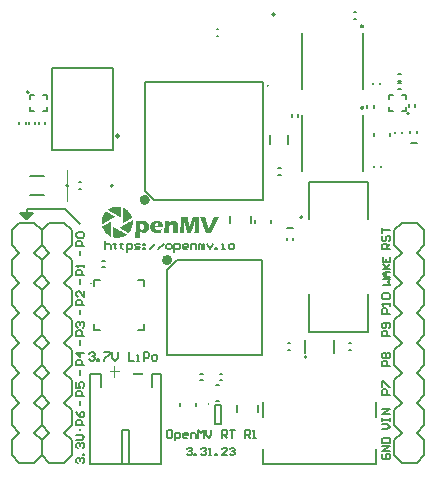
<source format=gto>
G04*
G04 #@! TF.GenerationSoftware,Altium Limited,Altium Designer,21.7.2 (23)*
G04*
G04 Layer_Color=65535*
%FSLAX25Y25*%
%MOIN*%
G70*
G04*
G04 #@! TF.SameCoordinates,6C021EAB-9281-4005-87E3-4CD7810296B7*
G04*
G04*
G04 #@! TF.FilePolarity,Positive*
G04*
G01*
G75*
%ADD10C,0.00500*%
%ADD11C,0.01000*%
%ADD12C,0.00787*%
%ADD13C,0.00591*%
%ADD14C,0.01968*%
%ADD15C,0.00787*%
%ADD16C,0.00394*%
%ADD17C,0.00800*%
%ADD18C,0.00600*%
%ADD19C,0.00544*%
%ADD20C,0.00510*%
G36*
X36955Y86641D02*
X37655D01*
Y86541D01*
X37756D01*
Y86440D01*
Y86340D01*
Y86241D01*
Y86141D01*
Y86041D01*
Y85940D01*
Y85840D01*
Y85741D01*
Y85641D01*
Y85540D01*
Y85440D01*
Y85340D01*
Y85241D01*
Y85141D01*
Y85040D01*
Y84940D01*
Y84841D01*
Y84741D01*
Y84641D01*
Y84540D01*
Y84440D01*
Y84341D01*
Y84241D01*
Y84140D01*
Y84040D01*
Y83941D01*
Y83841D01*
Y83741D01*
Y83640D01*
Y83540D01*
Y83441D01*
Y83341D01*
Y83240D01*
Y83140D01*
Y83040D01*
X37655D01*
Y83140D01*
X37556D01*
Y83240D01*
X37356D01*
Y83341D01*
X37156D01*
Y83441D01*
X36955D01*
Y83540D01*
X36856D01*
Y83640D01*
X36656D01*
Y83741D01*
X36456D01*
Y83841D01*
X36356D01*
Y83941D01*
X36156D01*
Y84040D01*
X35956D01*
Y84140D01*
X35756D01*
Y84241D01*
X35656D01*
Y84341D01*
X35456D01*
Y84440D01*
X35256D01*
Y84540D01*
X35056D01*
Y84641D01*
X34955D01*
Y84741D01*
X34756D01*
Y84841D01*
X34556D01*
Y84940D01*
X34455D01*
Y85040D01*
X34255D01*
Y85141D01*
X34056D01*
Y85241D01*
X33856D01*
Y85340D01*
X33755D01*
Y85440D01*
X33555D01*
Y85540D01*
X33356D01*
Y85641D01*
X33456D01*
Y85741D01*
X33555D01*
Y85840D01*
X33755D01*
Y85940D01*
X33856D01*
Y86041D01*
X34056D01*
Y86141D01*
X34255D01*
Y86241D01*
X34455D01*
Y86340D01*
X34756D01*
Y86440D01*
X35056D01*
Y86541D01*
X35456D01*
Y86641D01*
X36156D01*
Y86740D01*
X36955D01*
Y86641D01*
D02*
G37*
G36*
X8772Y84584D02*
X6549Y82361D01*
X6049Y82361D01*
X3827Y84584D01*
X4019Y85046D01*
X8580D01*
X8772Y84584D01*
D02*
G37*
G36*
X55955Y81840D02*
X56156D01*
Y81740D01*
X56356D01*
Y81640D01*
X56455D01*
Y81541D01*
X56555D01*
Y81441D01*
Y81340D01*
X56656D01*
Y81240D01*
Y81141D01*
Y81041D01*
X56756D01*
Y80941D01*
Y80840D01*
Y80740D01*
Y80641D01*
Y80541D01*
Y80440D01*
Y80340D01*
Y80240D01*
X56656D01*
Y80141D01*
Y80041D01*
Y79940D01*
Y79840D01*
Y79741D01*
Y79641D01*
Y79540D01*
Y79440D01*
Y79340D01*
Y79241D01*
Y79141D01*
Y79040D01*
Y78940D01*
Y78841D01*
Y78741D01*
Y78641D01*
Y78540D01*
Y78440D01*
Y78341D01*
Y78241D01*
Y78140D01*
Y78040D01*
X55155D01*
Y78140D01*
Y78241D01*
Y78341D01*
Y78440D01*
Y78540D01*
Y78641D01*
Y78741D01*
Y78841D01*
Y78940D01*
Y79040D01*
Y79141D01*
Y79241D01*
Y79340D01*
Y79440D01*
Y79540D01*
Y79641D01*
Y79741D01*
Y79840D01*
X55256D01*
Y79940D01*
Y80041D01*
Y80141D01*
X55155D01*
Y80240D01*
Y80340D01*
Y80440D01*
Y80541D01*
X55055D01*
Y80641D01*
X54956D01*
Y80740D01*
X54255D01*
Y80641D01*
X54155D01*
Y80541D01*
X54056D01*
Y80440D01*
X53956D01*
Y80340D01*
Y80240D01*
X53856D01*
Y80141D01*
Y80041D01*
Y79940D01*
Y79840D01*
X53755D01*
Y79741D01*
Y79641D01*
Y79540D01*
Y79440D01*
Y79340D01*
Y79241D01*
Y79141D01*
Y79040D01*
Y78940D01*
Y78841D01*
Y78741D01*
Y78641D01*
Y78540D01*
Y78440D01*
Y78341D01*
X53655D01*
Y78241D01*
Y78140D01*
Y78040D01*
X52156D01*
Y78140D01*
Y78241D01*
Y78341D01*
Y78440D01*
X52255D01*
Y78540D01*
Y78641D01*
Y78741D01*
Y78841D01*
Y78940D01*
Y79040D01*
Y79141D01*
Y79241D01*
Y79340D01*
Y79440D01*
Y79540D01*
X52355D01*
Y79641D01*
Y79741D01*
Y79840D01*
Y79940D01*
Y80041D01*
Y80141D01*
Y80240D01*
Y80340D01*
Y80440D01*
Y80541D01*
Y80641D01*
Y80740D01*
Y80840D01*
Y80941D01*
Y81041D01*
Y81141D01*
Y81240D01*
Y81340D01*
Y81441D01*
Y81541D01*
Y81640D01*
Y81740D01*
Y81840D01*
X53856D01*
Y81740D01*
Y81640D01*
Y81541D01*
Y81441D01*
X53956D01*
Y81541D01*
X54056D01*
Y81640D01*
X54155D01*
Y81740D01*
X54356D01*
Y81840D01*
X54655D01*
Y81941D01*
X55955D01*
Y81840D01*
D02*
G37*
G36*
X38555Y86241D02*
X38756D01*
Y86141D01*
X38956D01*
Y86041D01*
X39156D01*
Y85940D01*
X39355D01*
Y85840D01*
X39456D01*
Y85741D01*
X39656D01*
Y85641D01*
X39755D01*
Y85540D01*
X39856D01*
Y85440D01*
X39955D01*
Y85340D01*
X40056D01*
Y85241D01*
X40156D01*
Y85141D01*
X40255D01*
Y85040D01*
X40356D01*
Y84940D01*
X40455D01*
Y84841D01*
X40556D01*
Y84741D01*
X40655D01*
Y84641D01*
X40756D01*
Y84540D01*
Y84440D01*
X40856D01*
Y84341D01*
X40955D01*
Y84241D01*
Y84140D01*
X41056D01*
Y84040D01*
Y83941D01*
X41155D01*
Y83841D01*
Y83741D01*
X41256D01*
Y83640D01*
Y83540D01*
X41355D01*
Y83441D01*
Y83341D01*
Y83240D01*
X41456D01*
Y83140D01*
Y83040D01*
Y82941D01*
Y82841D01*
X41256D01*
Y82740D01*
X41056D01*
Y82640D01*
X40955D01*
Y82541D01*
X40756D01*
Y82441D01*
X40556D01*
Y82341D01*
X40455D01*
Y82240D01*
X40255D01*
Y82140D01*
X40056D01*
Y82041D01*
X39856D01*
Y81941D01*
X39755D01*
Y81840D01*
X39555D01*
Y81740D01*
X39355D01*
Y81640D01*
X39156D01*
Y81541D01*
X39055D01*
Y81441D01*
X38855D01*
Y81340D01*
X38655D01*
Y81240D01*
X38555D01*
Y81141D01*
X38456D01*
Y81240D01*
Y81340D01*
Y81441D01*
Y81541D01*
Y81640D01*
Y81740D01*
Y81840D01*
Y81941D01*
Y82041D01*
Y82140D01*
Y82240D01*
Y82341D01*
Y82441D01*
Y82541D01*
Y82640D01*
Y82740D01*
Y82841D01*
Y82941D01*
Y83040D01*
Y83140D01*
Y83240D01*
Y83341D01*
Y83441D01*
Y83540D01*
Y83640D01*
Y83741D01*
Y83841D01*
Y83941D01*
Y84040D01*
Y84140D01*
Y84241D01*
Y84341D01*
Y84440D01*
Y84540D01*
Y84641D01*
Y84741D01*
Y84841D01*
Y84940D01*
Y85040D01*
Y85141D01*
Y85241D01*
Y85340D01*
Y85440D01*
Y85540D01*
Y85641D01*
Y85741D01*
Y85840D01*
Y85940D01*
Y86041D01*
Y86141D01*
Y86241D01*
Y86340D01*
X38555D01*
Y86241D01*
D02*
G37*
G36*
X32855Y85040D02*
X33055D01*
Y84940D01*
X33156D01*
Y84841D01*
X33356D01*
Y84741D01*
X33555D01*
Y84641D01*
X33755D01*
Y84540D01*
X33856D01*
Y84440D01*
X34056D01*
Y84341D01*
X34255D01*
Y84241D01*
X34356D01*
Y84140D01*
X34556D01*
Y84040D01*
X34756D01*
Y83941D01*
X34955D01*
Y83841D01*
X35056D01*
Y83741D01*
X35256D01*
Y83640D01*
X35456D01*
Y83540D01*
X35555D01*
Y83441D01*
X35756D01*
Y83341D01*
Y83240D01*
X35555D01*
Y83140D01*
X35355D01*
Y83040D01*
X35155D01*
Y82941D01*
X35056D01*
Y82841D01*
X34855D01*
Y82740D01*
X34655D01*
Y82640D01*
X34455D01*
Y82541D01*
X34356D01*
Y82441D01*
X34155D01*
Y82341D01*
X33955D01*
Y82240D01*
X33856D01*
Y82140D01*
X33656D01*
Y82041D01*
X33456D01*
Y81941D01*
X33255D01*
Y81840D01*
X33156D01*
Y81740D01*
X32956D01*
Y81640D01*
X32756D01*
Y81541D01*
X32555D01*
Y81441D01*
X32456D01*
Y81340D01*
X32256D01*
Y81240D01*
X32056D01*
Y81141D01*
X31956D01*
Y81041D01*
X31756D01*
Y80941D01*
X31556D01*
Y80840D01*
X31356D01*
Y80941D01*
Y81041D01*
Y81141D01*
Y81240D01*
Y81340D01*
Y81441D01*
Y81541D01*
Y81640D01*
Y81740D01*
Y81840D01*
Y81941D01*
Y82041D01*
Y82140D01*
Y82240D01*
Y82341D01*
Y82441D01*
X31455D01*
Y82541D01*
Y82640D01*
Y82740D01*
Y82841D01*
X31556D01*
Y82941D01*
Y83040D01*
Y83140D01*
X31655D01*
Y83240D01*
Y83341D01*
Y83441D01*
X31756D01*
Y83540D01*
Y83640D01*
X31855D01*
Y83741D01*
Y83841D01*
X31956D01*
Y83941D01*
Y84040D01*
X32056D01*
Y84140D01*
Y84241D01*
X32155D01*
Y84341D01*
Y84440D01*
X32256D01*
Y84540D01*
X32355D01*
Y84641D01*
X32456D01*
Y84741D01*
Y84841D01*
X32555D01*
Y84940D01*
X32656D01*
Y85040D01*
X32756D01*
Y85141D01*
X32855D01*
Y85040D01*
D02*
G37*
G36*
X63855Y83040D02*
X63756D01*
Y82941D01*
Y82841D01*
Y82740D01*
Y82640D01*
Y82541D01*
Y82441D01*
Y82341D01*
Y82240D01*
Y82140D01*
Y82041D01*
Y81941D01*
Y81840D01*
Y81740D01*
Y81640D01*
Y81541D01*
Y81441D01*
Y81340D01*
Y81240D01*
Y81141D01*
Y81041D01*
Y80941D01*
Y80840D01*
Y80740D01*
Y80641D01*
Y80541D01*
Y80440D01*
Y80340D01*
X63656D01*
Y80240D01*
Y80141D01*
Y80041D01*
Y79940D01*
Y79840D01*
Y79741D01*
Y79641D01*
Y79540D01*
Y79440D01*
Y79340D01*
Y79241D01*
Y79141D01*
Y79040D01*
Y78940D01*
Y78841D01*
Y78741D01*
Y78641D01*
Y78540D01*
Y78440D01*
Y78341D01*
Y78241D01*
Y78140D01*
Y78040D01*
X62256D01*
Y78140D01*
Y78241D01*
X62356D01*
Y78341D01*
Y78440D01*
Y78540D01*
Y78641D01*
Y78741D01*
Y78841D01*
Y78940D01*
Y79040D01*
Y79141D01*
Y79241D01*
Y79340D01*
Y79440D01*
Y79540D01*
Y79641D01*
Y79741D01*
Y79840D01*
Y79940D01*
Y80041D01*
Y80141D01*
Y80240D01*
Y80340D01*
Y80440D01*
Y80541D01*
Y80641D01*
Y80740D01*
Y80840D01*
Y80941D01*
Y81041D01*
Y81141D01*
X62455D01*
Y81240D01*
Y81340D01*
Y81441D01*
X62256D01*
Y81340D01*
Y81240D01*
Y81141D01*
X62155D01*
Y81041D01*
Y80941D01*
Y80840D01*
X62055D01*
Y80740D01*
Y80641D01*
Y80541D01*
X61955D01*
Y80440D01*
Y80340D01*
Y80240D01*
X61856D01*
Y80141D01*
Y80041D01*
Y79940D01*
X61756D01*
Y79840D01*
Y79741D01*
Y79641D01*
X61655D01*
Y79540D01*
Y79440D01*
Y79340D01*
X61555D01*
Y79241D01*
Y79141D01*
Y79040D01*
X61456D01*
Y78940D01*
Y78841D01*
Y78741D01*
X61356D01*
Y78641D01*
Y78540D01*
Y78440D01*
X61256D01*
Y78341D01*
Y78241D01*
Y78140D01*
X61155D01*
Y78040D01*
X59755D01*
Y78140D01*
Y78241D01*
Y78341D01*
Y78440D01*
Y78540D01*
X59655D01*
Y78641D01*
Y78741D01*
Y78841D01*
Y78940D01*
X59556D01*
Y79040D01*
Y79141D01*
Y79241D01*
Y79340D01*
X59456D01*
Y79440D01*
Y79540D01*
Y79641D01*
Y79741D01*
Y79840D01*
X59355D01*
Y79940D01*
Y80041D01*
Y80141D01*
Y80240D01*
X59255D01*
Y80340D01*
Y80440D01*
Y80541D01*
Y80641D01*
X59155D01*
Y80740D01*
Y80840D01*
Y80941D01*
Y81041D01*
X59056D01*
Y81141D01*
Y81240D01*
Y81340D01*
Y81441D01*
Y81541D01*
X58956D01*
Y81441D01*
Y81340D01*
Y81240D01*
Y81141D01*
X58855D01*
Y81041D01*
Y80941D01*
Y80840D01*
Y80740D01*
Y80641D01*
Y80541D01*
Y80440D01*
Y80340D01*
Y80240D01*
Y80141D01*
Y80041D01*
Y79940D01*
Y79840D01*
Y79741D01*
X58755D01*
Y79641D01*
Y79540D01*
Y79440D01*
Y79340D01*
Y79241D01*
Y79141D01*
Y79040D01*
Y78940D01*
Y78841D01*
Y78741D01*
Y78641D01*
Y78540D01*
Y78440D01*
Y78341D01*
Y78241D01*
Y78140D01*
Y78040D01*
X57455D01*
Y78140D01*
Y78241D01*
Y78341D01*
Y78440D01*
Y78540D01*
Y78641D01*
Y78741D01*
Y78841D01*
Y78940D01*
X57556D01*
Y79040D01*
Y79141D01*
Y79241D01*
Y79340D01*
Y79440D01*
Y79540D01*
Y79641D01*
Y79741D01*
Y79840D01*
Y79940D01*
Y80041D01*
X57656D01*
Y80141D01*
Y80240D01*
Y80340D01*
Y80440D01*
Y80541D01*
Y80641D01*
Y80740D01*
Y80840D01*
Y80941D01*
Y81041D01*
Y81141D01*
X57756D01*
Y81240D01*
Y81340D01*
Y81441D01*
Y81541D01*
Y81640D01*
Y81740D01*
Y81840D01*
Y81941D01*
Y82041D01*
Y82140D01*
Y82240D01*
Y82341D01*
Y82441D01*
Y82541D01*
Y82640D01*
X57855D01*
Y82740D01*
Y82841D01*
Y82941D01*
Y83040D01*
Y83140D01*
X59956D01*
Y83040D01*
Y82941D01*
Y82841D01*
Y82740D01*
X60056D01*
Y82640D01*
Y82541D01*
Y82441D01*
Y82341D01*
X60155D01*
Y82240D01*
Y82140D01*
Y82041D01*
Y81941D01*
X60255D01*
Y81840D01*
Y81740D01*
Y81640D01*
Y81541D01*
X60356D01*
Y81441D01*
Y81340D01*
Y81240D01*
Y81141D01*
X60456D01*
Y81041D01*
Y80941D01*
Y80840D01*
Y80740D01*
Y80641D01*
X60555D01*
Y80541D01*
Y80440D01*
Y80340D01*
Y80240D01*
Y80141D01*
X60755D01*
Y80240D01*
Y80340D01*
Y80440D01*
Y80541D01*
X60856D01*
Y80641D01*
Y80740D01*
Y80840D01*
X60956D01*
Y80941D01*
Y81041D01*
Y81141D01*
X61055D01*
Y81240D01*
Y81340D01*
Y81441D01*
X61155D01*
Y81541D01*
Y81640D01*
Y81740D01*
X61256D01*
Y81840D01*
Y81941D01*
Y82041D01*
X61356D01*
Y82140D01*
Y82240D01*
X61456D01*
Y82341D01*
Y82441D01*
Y82541D01*
X61555D01*
Y82640D01*
Y82740D01*
Y82841D01*
X61655D01*
Y82941D01*
Y83040D01*
Y83140D01*
X63855D01*
Y83040D01*
D02*
G37*
G36*
X70355D02*
X70256D01*
Y82941D01*
Y82841D01*
X70156D01*
Y82740D01*
Y82640D01*
X70056D01*
Y82541D01*
Y82441D01*
X69955D01*
Y82341D01*
Y82240D01*
X69855D01*
Y82140D01*
Y82041D01*
X69756D01*
Y81941D01*
Y81840D01*
X69656D01*
Y81740D01*
Y81640D01*
X69555D01*
Y81541D01*
Y81441D01*
X69455D01*
Y81340D01*
Y81240D01*
X69355D01*
Y81141D01*
Y81041D01*
X69256D01*
Y80941D01*
Y80840D01*
X69156D01*
Y80740D01*
Y80641D01*
X69055D01*
Y80541D01*
Y80440D01*
X68955D01*
Y80340D01*
Y80240D01*
X68856D01*
Y80141D01*
Y80041D01*
X68756D01*
Y79940D01*
Y79840D01*
X68656D01*
Y79741D01*
Y79641D01*
X68555D01*
Y79540D01*
Y79440D01*
X68455D01*
Y79340D01*
Y79241D01*
X68356D01*
Y79141D01*
Y79040D01*
X68256D01*
Y78940D01*
Y78841D01*
X68155D01*
Y78741D01*
Y78641D01*
X68055D01*
Y78540D01*
Y78440D01*
X67955D01*
Y78341D01*
Y78241D01*
X67856D01*
Y78140D01*
Y78040D01*
X65956D01*
Y78140D01*
Y78241D01*
X65855D01*
Y78341D01*
Y78440D01*
Y78540D01*
X65755D01*
Y78641D01*
Y78741D01*
Y78841D01*
X65655D01*
Y78940D01*
Y79040D01*
Y79141D01*
X65556D01*
Y79241D01*
Y79340D01*
Y79440D01*
X65456D01*
Y79540D01*
Y79641D01*
Y79741D01*
X65355D01*
Y79840D01*
Y79940D01*
Y80041D01*
X65255D01*
Y80141D01*
Y80240D01*
X65156D01*
Y80340D01*
Y80440D01*
Y80541D01*
X65056D01*
Y80641D01*
Y80740D01*
Y80840D01*
X64956D01*
Y80941D01*
Y81041D01*
Y81141D01*
X64855D01*
Y81240D01*
Y81340D01*
Y81441D01*
X64755D01*
Y81541D01*
Y81640D01*
Y81740D01*
X64656D01*
Y81840D01*
Y81941D01*
Y82041D01*
X64556D01*
Y82140D01*
Y82240D01*
X64455D01*
Y82341D01*
Y82441D01*
Y82541D01*
X64355D01*
Y82640D01*
Y82740D01*
Y82841D01*
X64255D01*
Y82941D01*
Y83040D01*
Y83140D01*
X65855D01*
Y83040D01*
Y82941D01*
X65956D01*
Y82841D01*
Y82740D01*
Y82640D01*
X66056D01*
Y82541D01*
Y82441D01*
Y82341D01*
Y82240D01*
X66155D01*
Y82140D01*
Y82041D01*
Y81941D01*
X66255D01*
Y81840D01*
Y81740D01*
Y81640D01*
X66356D01*
Y81541D01*
Y81441D01*
Y81340D01*
X66456D01*
Y81240D01*
Y81141D01*
Y81041D01*
X66556D01*
Y80941D01*
Y80840D01*
Y80740D01*
Y80641D01*
X66655D01*
Y80541D01*
Y80440D01*
Y80340D01*
X66755D01*
Y80240D01*
Y80141D01*
Y80041D01*
X66856D01*
Y79940D01*
Y79840D01*
Y79741D01*
Y79641D01*
X66956D01*
Y79540D01*
Y79440D01*
Y79340D01*
X67055D01*
Y79440D01*
Y79540D01*
X67155D01*
Y79641D01*
Y79741D01*
Y79840D01*
X67256D01*
Y79940D01*
Y80041D01*
X67356D01*
Y80141D01*
Y80240D01*
X67456D01*
Y80340D01*
Y80440D01*
X67555D01*
Y80541D01*
Y80641D01*
Y80740D01*
X67655D01*
Y80840D01*
Y80941D01*
X67756D01*
Y81041D01*
Y81141D01*
X67856D01*
Y81240D01*
Y81340D01*
X67955D01*
Y81441D01*
Y81541D01*
X68055D01*
Y81640D01*
Y81740D01*
Y81840D01*
X68155D01*
Y81941D01*
Y82041D01*
X68256D01*
Y82140D01*
Y82240D01*
X68356D01*
Y82341D01*
Y82441D01*
X68455D01*
Y82541D01*
Y82640D01*
X68555D01*
Y82740D01*
Y82841D01*
Y82941D01*
X68656D01*
Y83040D01*
Y83140D01*
X70355D01*
Y83040D01*
D02*
G37*
G36*
X50555Y81840D02*
X50756D01*
Y81740D01*
X50955D01*
Y81640D01*
X51156D01*
Y81541D01*
X51256D01*
Y81441D01*
X51355D01*
Y81340D01*
X51455D01*
Y81240D01*
Y81141D01*
X51556D01*
Y81041D01*
Y80941D01*
Y80840D01*
X51656D01*
Y80740D01*
Y80641D01*
Y80541D01*
Y80440D01*
Y80340D01*
Y80240D01*
Y80141D01*
Y80041D01*
Y79940D01*
Y79840D01*
X48956D01*
Y79741D01*
Y79641D01*
Y79540D01*
X49055D01*
Y79440D01*
Y79340D01*
Y79241D01*
X49156D01*
Y79141D01*
X49356D01*
Y79040D01*
X49556D01*
Y78940D01*
X50656D01*
Y79040D01*
X51056D01*
Y79141D01*
X51355D01*
Y79040D01*
Y78940D01*
X51256D01*
Y78841D01*
Y78741D01*
Y78641D01*
Y78540D01*
Y78440D01*
Y78341D01*
X51156D01*
Y78241D01*
Y78140D01*
Y78040D01*
X50656D01*
Y77940D01*
X49055D01*
Y78040D01*
X48656D01*
Y78140D01*
X48456D01*
Y78241D01*
X48256D01*
Y78341D01*
X48156D01*
Y78440D01*
X48055D01*
Y78540D01*
X47956D01*
Y78641D01*
X47855D01*
Y78741D01*
X47756D01*
Y78841D01*
Y78940D01*
X47655D01*
Y79040D01*
Y79141D01*
Y79241D01*
X47556D01*
Y79340D01*
Y79440D01*
Y79540D01*
Y79641D01*
Y79741D01*
Y79840D01*
Y79940D01*
Y80041D01*
Y80141D01*
Y80240D01*
Y80340D01*
Y80440D01*
X47655D01*
Y80541D01*
Y80641D01*
Y80740D01*
X47756D01*
Y80840D01*
Y80941D01*
X47855D01*
Y81041D01*
Y81141D01*
X47956D01*
Y81240D01*
X48055D01*
Y81340D01*
Y81441D01*
X48156D01*
Y81541D01*
X48355D01*
Y81640D01*
X48456D01*
Y81740D01*
X48656D01*
Y81840D01*
X48956D01*
Y81941D01*
X50555D01*
Y81840D01*
D02*
G37*
G36*
X45755D02*
X46055D01*
Y81740D01*
X46255D01*
Y81640D01*
X46356D01*
Y81541D01*
X46455D01*
Y81441D01*
X46556D01*
Y81340D01*
X46655D01*
Y81240D01*
X46755D01*
Y81141D01*
Y81041D01*
X46856D01*
Y80941D01*
Y80840D01*
X46955D01*
Y80740D01*
Y80641D01*
Y80541D01*
Y80440D01*
X47056D01*
Y80340D01*
Y80240D01*
Y80141D01*
Y80041D01*
Y79940D01*
Y79840D01*
Y79741D01*
Y79641D01*
Y79540D01*
Y79440D01*
X46955D01*
Y79340D01*
Y79241D01*
Y79141D01*
Y79040D01*
X46856D01*
Y78940D01*
Y78841D01*
X46755D01*
Y78741D01*
Y78641D01*
X46655D01*
Y78540D01*
X46556D01*
Y78440D01*
X46455D01*
Y78341D01*
X46356D01*
Y78241D01*
X46255D01*
Y78140D01*
X46055D01*
Y78040D01*
X45755D01*
Y77940D01*
X44956D01*
Y78040D01*
X44655D01*
Y78140D01*
X44355D01*
Y78241D01*
X44256D01*
Y78341D01*
X44056D01*
Y78241D01*
Y78140D01*
Y78040D01*
Y77940D01*
Y77841D01*
Y77741D01*
Y77640D01*
X43955D01*
Y77540D01*
Y77441D01*
Y77341D01*
Y77241D01*
Y77140D01*
Y77040D01*
Y76941D01*
Y76841D01*
Y76740D01*
Y76640D01*
Y76540D01*
Y76441D01*
Y76341D01*
Y76240D01*
X42456D01*
Y76341D01*
Y76441D01*
Y76540D01*
Y76640D01*
Y76740D01*
Y76841D01*
X42555D01*
Y76941D01*
Y77040D01*
Y77140D01*
Y77241D01*
Y77341D01*
Y77441D01*
Y77540D01*
Y77640D01*
Y77741D01*
Y77841D01*
Y77940D01*
Y78040D01*
Y78140D01*
Y78241D01*
Y78341D01*
X42656D01*
Y78440D01*
Y78540D01*
Y78641D01*
Y78741D01*
Y78841D01*
Y78940D01*
Y79040D01*
Y79141D01*
Y79241D01*
Y79340D01*
Y79440D01*
Y79540D01*
Y79641D01*
Y79741D01*
Y79840D01*
Y79940D01*
Y80041D01*
Y80141D01*
Y80240D01*
Y80340D01*
Y80440D01*
X42755D01*
Y80541D01*
Y80641D01*
Y80740D01*
Y80840D01*
Y80941D01*
Y81041D01*
Y81141D01*
Y81240D01*
Y81340D01*
Y81441D01*
Y81541D01*
Y81640D01*
Y81740D01*
Y81840D01*
X43455D01*
Y81941D01*
X45755D01*
Y81840D01*
D02*
G37*
G36*
X41655Y82041D02*
Y81941D01*
Y81840D01*
X41756D01*
Y81740D01*
Y81640D01*
Y81541D01*
Y81441D01*
Y81340D01*
Y81240D01*
X41655D01*
Y81141D01*
Y81041D01*
Y80941D01*
Y80840D01*
Y80740D01*
Y80641D01*
Y80541D01*
Y80440D01*
X41556D01*
Y80340D01*
Y80240D01*
Y80141D01*
Y80041D01*
X41456D01*
Y79940D01*
Y79840D01*
Y79741D01*
X41355D01*
Y79641D01*
Y79540D01*
Y79440D01*
X41256D01*
Y79340D01*
Y79241D01*
X41155D01*
Y79141D01*
Y79040D01*
X41056D01*
Y78940D01*
Y78841D01*
X40955D01*
Y78741D01*
X40856D01*
Y78641D01*
Y78540D01*
X40756D01*
Y78440D01*
X40655D01*
Y78341D01*
Y78241D01*
X40556D01*
Y78140D01*
X40455D01*
Y78040D01*
X40356D01*
Y77940D01*
X40056D01*
Y78040D01*
X39856D01*
Y78140D01*
X39755D01*
Y78241D01*
X39555D01*
Y78341D01*
X39355D01*
Y78440D01*
X39156D01*
Y78540D01*
X39055D01*
Y78641D01*
X38855D01*
Y78741D01*
X38655D01*
Y78841D01*
X38456D01*
Y78940D01*
X38355D01*
Y79040D01*
X38155D01*
Y79141D01*
X37955D01*
Y79241D01*
X37855D01*
Y79340D01*
X37655D01*
Y79440D01*
X37455D01*
Y79540D01*
X37255D01*
Y79641D01*
X37356D01*
Y79741D01*
X37455D01*
Y79840D01*
X37655D01*
Y79940D01*
X37855D01*
Y80041D01*
X37955D01*
Y80141D01*
X38155D01*
Y80240D01*
X38355D01*
Y80340D01*
X38555D01*
Y80440D01*
X38655D01*
Y80541D01*
X38855D01*
Y80641D01*
X39055D01*
Y80740D01*
X39156D01*
Y80840D01*
X39355D01*
Y80941D01*
X39555D01*
Y81041D01*
X39755D01*
Y81141D01*
X39856D01*
Y81240D01*
X40056D01*
Y81340D01*
X40255D01*
Y81441D01*
X40455D01*
Y81541D01*
X40556D01*
Y81640D01*
X40756D01*
Y81740D01*
X40955D01*
Y81840D01*
X41056D01*
Y81941D01*
X41256D01*
Y82041D01*
X41456D01*
Y82140D01*
X41655D01*
Y82041D01*
D02*
G37*
G36*
X34556Y81640D02*
Y81541D01*
Y81441D01*
Y81340D01*
Y81240D01*
Y81141D01*
Y81041D01*
Y80941D01*
Y80840D01*
Y80740D01*
Y80641D01*
Y80541D01*
Y80440D01*
Y80340D01*
Y80240D01*
Y80141D01*
Y80041D01*
Y79940D01*
Y79840D01*
Y79741D01*
Y79641D01*
Y79540D01*
Y79440D01*
Y79340D01*
Y79241D01*
Y79141D01*
Y79040D01*
Y78940D01*
Y78841D01*
Y78741D01*
Y78641D01*
Y78540D01*
Y78440D01*
Y78341D01*
Y78241D01*
Y78140D01*
Y78040D01*
Y77940D01*
Y77841D01*
Y77741D01*
Y77640D01*
Y77540D01*
Y77441D01*
Y77341D01*
Y77241D01*
Y77140D01*
Y77040D01*
Y76941D01*
Y76841D01*
Y76740D01*
Y76640D01*
X34455D01*
Y76740D01*
X34255D01*
Y76841D01*
X34056D01*
Y76941D01*
X33856D01*
Y77040D01*
X33755D01*
Y77140D01*
X33555D01*
Y77241D01*
X33456D01*
Y77341D01*
X33356D01*
Y77441D01*
X33156D01*
Y77540D01*
X33055D01*
Y77640D01*
X32956D01*
Y77741D01*
X32855D01*
Y77841D01*
X32756D01*
Y77940D01*
X32656D01*
Y78040D01*
X32555D01*
Y78140D01*
X32456D01*
Y78241D01*
Y78341D01*
X32355D01*
Y78440D01*
X32256D01*
Y78540D01*
X32155D01*
Y78641D01*
Y78741D01*
X32056D01*
Y78841D01*
Y78940D01*
X31956D01*
Y79040D01*
Y79141D01*
X31855D01*
Y79241D01*
Y79340D01*
X31756D01*
Y79440D01*
Y79540D01*
X31655D01*
Y79641D01*
Y79741D01*
X31556D01*
Y79840D01*
Y79940D01*
Y80041D01*
Y80141D01*
X31756D01*
Y80240D01*
X31956D01*
Y80340D01*
X32056D01*
Y80440D01*
X32256D01*
Y80541D01*
X32456D01*
Y80641D01*
X32656D01*
Y80740D01*
X32756D01*
Y80840D01*
X32956D01*
Y80941D01*
X33156D01*
Y81041D01*
X33356D01*
Y81141D01*
X33456D01*
Y81240D01*
X33656D01*
Y81340D01*
X33856D01*
Y81441D01*
X33955D01*
Y81541D01*
X34155D01*
Y81640D01*
X34356D01*
Y81740D01*
X34556D01*
Y81640D01*
D02*
G37*
G36*
X35355Y79840D02*
X35555D01*
Y79741D01*
X35756D01*
Y79641D01*
X35956D01*
Y79540D01*
X36055D01*
Y79440D01*
X36255D01*
Y79340D01*
X36456D01*
Y79241D01*
X36555D01*
Y79141D01*
X36755D01*
Y79040D01*
X36955D01*
Y78940D01*
X37156D01*
Y78841D01*
X37255D01*
Y78741D01*
X37455D01*
Y78641D01*
X37655D01*
Y78540D01*
X37756D01*
Y78440D01*
X37955D01*
Y78341D01*
X38155D01*
Y78241D01*
X38355D01*
Y78140D01*
X38456D01*
Y78040D01*
X38655D01*
Y77940D01*
X38855D01*
Y77841D01*
X39055D01*
Y77741D01*
X39156D01*
Y77640D01*
X39355D01*
Y77540D01*
X39555D01*
Y77441D01*
X39755D01*
Y77341D01*
X39656D01*
Y77241D01*
X39456D01*
Y77140D01*
X39355D01*
Y77040D01*
X39156D01*
Y76941D01*
X38956D01*
Y76841D01*
X38756D01*
Y76740D01*
X38555D01*
Y76640D01*
X38355D01*
Y76540D01*
X37955D01*
Y76441D01*
X37556D01*
Y76341D01*
X36755D01*
Y76240D01*
X36156D01*
Y76341D01*
X35355D01*
Y76441D01*
X35256D01*
Y76540D01*
Y76640D01*
Y76740D01*
Y76841D01*
Y76941D01*
Y77040D01*
Y77140D01*
Y77241D01*
Y77341D01*
Y77441D01*
Y77540D01*
Y77640D01*
Y77741D01*
Y77841D01*
Y77940D01*
Y78040D01*
Y78140D01*
Y78241D01*
Y78341D01*
Y78440D01*
Y78540D01*
Y78641D01*
Y78741D01*
Y78841D01*
Y78940D01*
Y79040D01*
Y79141D01*
Y79241D01*
Y79340D01*
Y79440D01*
Y79540D01*
Y79641D01*
Y79741D01*
Y79840D01*
Y79940D01*
X35355D01*
Y79840D01*
D02*
G37*
G36*
X44996Y30670D02*
X41796D01*
Y31119D01*
X44996D01*
Y30670D01*
D02*
G37*
G36*
X35729Y33586D02*
X35741Y33582D01*
X35777Y33570D01*
X35797Y33558D01*
X35813Y33542D01*
Y33538D01*
X35821Y33534D01*
X35825Y33522D01*
X35833Y33502D01*
X35841Y33482D01*
X35849Y33454D01*
X35853Y33422D01*
X35857Y33382D01*
Y31814D01*
X37268D01*
X37285Y31810D01*
X37309D01*
X37365Y31798D01*
X37389Y31786D01*
X37409Y31773D01*
Y31769D01*
X37417Y31765D01*
X37433Y31741D01*
X37449Y31705D01*
X37453Y31681D01*
X37457Y31657D01*
Y31653D01*
Y31645D01*
X37453Y31633D01*
X37449Y31617D01*
X37437Y31581D01*
X37425Y31561D01*
X37409Y31545D01*
X37405Y31541D01*
X37401Y31537D01*
X37389Y31529D01*
X37369Y31521D01*
X37349Y31513D01*
X37321Y31509D01*
X37289Y31501D01*
X35857D01*
Y29945D01*
Y29941D01*
Y29925D01*
X35853Y29905D01*
Y29881D01*
X35837Y29829D01*
X35829Y29805D01*
X35813Y29785D01*
X35809Y29781D01*
X35805Y29777D01*
X35781Y29757D01*
X35749Y29741D01*
X35725Y29737D01*
X35701Y29732D01*
X35689D01*
X35677Y29737D01*
X35664Y29741D01*
X35628Y29752D01*
X35608Y29768D01*
X35592Y29785D01*
X35588Y29789D01*
X35584Y29793D01*
X35576Y29805D01*
X35568Y29821D01*
X35560Y29845D01*
X35552Y29873D01*
X35544Y29905D01*
Y29945D01*
Y31501D01*
X34137D01*
X34117Y31505D01*
X34093D01*
X34040Y31521D01*
X34016Y31529D01*
X33996Y31545D01*
X33992D01*
X33988Y31553D01*
X33968Y31577D01*
X33952Y31609D01*
X33948Y31633D01*
X33944Y31657D01*
Y31661D01*
Y31669D01*
X33948Y31681D01*
X33952Y31697D01*
X33964Y31738D01*
X33980Y31758D01*
X33996Y31773D01*
X34000D01*
X34004Y31782D01*
X34016Y31786D01*
X34032Y31794D01*
X34056Y31802D01*
X34085Y31806D01*
X34117Y31814D01*
X35544D01*
Y33382D01*
Y33386D01*
Y33402D01*
X35548Y33418D01*
Y33442D01*
X35564Y33498D01*
X35576Y33522D01*
X35592Y33542D01*
X35600Y33550D01*
X35624Y33566D01*
X35656Y33582D01*
X35681Y33586D01*
X35705Y33590D01*
X35717D01*
X35729Y33586D01*
D02*
G37*
%LPC*%
G36*
X49955Y81141D02*
X49556D01*
Y81041D01*
X49356D01*
Y80941D01*
X49255D01*
Y80840D01*
X49156D01*
Y80740D01*
X49055D01*
Y80641D01*
Y80541D01*
Y80440D01*
Y80340D01*
X50256D01*
Y80440D01*
Y80541D01*
Y80641D01*
Y80740D01*
Y80840D01*
X50156D01*
Y80941D01*
Y81041D01*
X49955D01*
Y81141D01*
D02*
G37*
G36*
X45055Y80941D02*
X44456D01*
Y80840D01*
X44155D01*
Y80740D01*
Y80641D01*
Y80541D01*
Y80440D01*
Y80340D01*
Y80240D01*
Y80141D01*
X44056D01*
Y80041D01*
Y79940D01*
Y79840D01*
X44155D01*
Y79741D01*
Y79641D01*
Y79540D01*
Y79440D01*
X44256D01*
Y79340D01*
Y79241D01*
X44355D01*
Y79141D01*
X44556D01*
Y79040D01*
X45156D01*
Y79141D01*
X45355D01*
Y79241D01*
Y79340D01*
X45456D01*
Y79440D01*
X45555D01*
Y79540D01*
Y79641D01*
Y79741D01*
Y79840D01*
Y79940D01*
Y80041D01*
Y80141D01*
Y80240D01*
Y80340D01*
Y80440D01*
Y80541D01*
X45456D01*
Y80641D01*
X45355D01*
Y80740D01*
X45256D01*
Y80840D01*
X45055D01*
Y80941D01*
D02*
G37*
%LPD*%
D10*
X86871Y127067D02*
G03*
X86871Y127067I-159J0D01*
G01*
X37206Y110236D02*
G03*
X37206Y110236I-592J0D01*
G01*
X66961Y20979D02*
G03*
X66961Y20979I-176J0D01*
G01*
X27652Y61088D02*
G03*
X27652Y61088I-235J0D01*
G01*
X89169Y150850D02*
G03*
X89169Y150850I-500J0D01*
G01*
X93504Y107559D02*
Y110551D01*
X87598Y107559D02*
Y110551D01*
X14665Y105610D02*
X34941D01*
Y132972D01*
X14665D02*
X34941D01*
X14665Y105610D02*
Y132972D01*
X97968Y98768D02*
Y117368D01*
X118568Y98768D02*
Y117368D01*
X45276Y60236D02*
Y62205D01*
X43307D02*
X45276D01*
X43307Y45669D02*
X45276D01*
Y47638D01*
X28740Y45669D02*
Y47638D01*
Y45669D02*
X30709D01*
X28740Y62205D02*
X30709D01*
X28740Y60236D02*
Y62205D01*
X12992Y118504D02*
Y119882D01*
X11614Y118504D02*
X12992D01*
X7480Y122638D02*
Y124016D01*
X8858D01*
X7480Y118504D02*
X8858D01*
X7480D02*
Y119882D01*
X12992Y122638D02*
Y124016D01*
X11614D02*
X12992D01*
X38189Y788D02*
Y12205D01*
X40551D01*
Y788D02*
Y12205D01*
X30709Y31103D02*
X31102D01*
Y26772D02*
Y31103D01*
X48031Y26772D02*
Y31103D01*
X27559D02*
X30709D01*
X48031D02*
X51181D01*
Y788D02*
Y31103D01*
X27559Y788D02*
Y31103D01*
Y788D02*
X51181D01*
X76279Y18307D02*
Y20669D01*
X83366Y18307D02*
Y20669D01*
X100393Y82618D02*
Y95079D01*
Y45079D02*
Y57540D01*
X120079Y82618D02*
Y95079D01*
Y45079D02*
Y57540D01*
X100393Y95079D02*
X120079D01*
X100393Y45079D02*
X120079D01*
X7481Y90551D02*
X12205D01*
X7481Y96851D02*
X12205D01*
X127165Y122638D02*
Y124016D01*
X128543D01*
X132677Y118504D02*
Y119882D01*
X131299Y118504D02*
X132677D01*
X131299Y124016D02*
X132677D01*
Y122638D02*
Y124016D01*
X127165Y118504D02*
Y119882D01*
Y118504D02*
X128543D01*
X97968Y125934D02*
Y144534D01*
X118568Y125934D02*
Y144534D01*
X134350Y107973D02*
X136319D01*
X93110Y79527D02*
X95079D01*
X81102Y81201D02*
Y83563D01*
X74016Y81201D02*
Y83563D01*
D11*
X118376Y119685D02*
G03*
X118376Y119685I-266J0D01*
G01*
Y146851D02*
G03*
X118376Y146851I-266J0D01*
G01*
D12*
X7087Y124803D02*
G03*
X7087Y124803I-394J0D01*
G01*
X98230Y83179D02*
G03*
X98230Y83179I-394J0D01*
G01*
X34646Y94095D02*
G03*
X34646Y93307I0J-394D01*
G01*
D02*
G03*
X34646Y94095I0J394D01*
G01*
X133858Y117717D02*
G03*
X133858Y117717I-394J0D01*
G01*
X69142Y14370D02*
Y20670D01*
Y14370D02*
X71016D01*
Y20670D01*
X69142D02*
X71016D01*
X108760Y37893D02*
Y42421D01*
X99114Y37893D02*
Y42421D01*
X53150Y65748D02*
X56300Y68898D01*
X53150Y37402D02*
Y65748D01*
Y37402D02*
X84646D01*
Y68898D01*
X56300D02*
X84646D01*
X45669Y92027D02*
X48720Y88976D01*
X85039D01*
Y128346D01*
X45669D02*
X85039D01*
X45669Y92027D02*
Y128346D01*
D13*
X99465Y36614D02*
G03*
X99465Y36614I-252J0D01*
G01*
X127461Y110138D02*
Y111319D01*
X122146Y110138D02*
Y111319D01*
X23622Y92618D02*
X24410D01*
X23622Y94784D02*
X24410D01*
X93307Y41240D02*
X94095D01*
X93307Y39074D02*
X94095D01*
X113779D02*
X114567D01*
X113779Y41240D02*
X114567D01*
X124213Y127461D02*
Y127854D01*
X121850Y127461D02*
Y127854D01*
X115354Y151476D02*
X116142D01*
X115354Y149311D02*
X116142D01*
X124508Y99803D02*
Y100197D01*
X122146Y99803D02*
Y100197D01*
X119783Y119685D02*
Y120472D01*
X121949Y119685D02*
Y120472D01*
X6004Y114173D02*
Y114961D01*
X3839Y114173D02*
Y114961D01*
X9252Y114173D02*
Y114961D01*
X7087Y114173D02*
Y114961D01*
X12500Y114173D02*
Y114961D01*
X10335Y114173D02*
Y114961D01*
X131398Y111221D02*
Y111614D01*
X129035Y111221D02*
Y111614D01*
X136417Y111122D02*
Y111910D01*
X134252Y111122D02*
Y111910D01*
X93012Y75590D02*
Y76377D01*
X95177Y75590D02*
Y76377D01*
X31594Y68701D02*
X32382D01*
X31594Y66535D02*
X32382D01*
X90157Y99508D02*
X90945D01*
X90157Y97342D02*
X90945D01*
X69685Y146063D02*
X70079D01*
X69685Y143701D02*
X70079D01*
X87697Y81201D02*
Y82382D01*
X82382Y81201D02*
Y82382D01*
X96850Y116732D02*
Y117520D01*
X94685Y116732D02*
Y117520D01*
X130217Y125787D02*
X131004D01*
X130217Y127953D02*
X131004D01*
X70768Y28839D02*
X71555D01*
X70768Y31004D02*
X71555D01*
X64173Y28839D02*
X64961D01*
X64173Y31004D02*
X64961D01*
X69390Y27362D02*
X70571D01*
X69390Y22047D02*
X70571D01*
X130217Y130905D02*
X131004D01*
X130217Y128740D02*
X131004D01*
X135827Y120079D02*
Y120866D01*
X133661Y120079D02*
Y120866D01*
X62894Y20177D02*
Y21358D01*
X57579Y20177D02*
Y21358D01*
D14*
X53891Y68898D02*
G03*
X53891Y68898I-742J0D01*
G01*
X46411Y88976D02*
G03*
X46411Y88976I-742J0D01*
G01*
D15*
X20308Y93701D02*
G03*
X20308Y93701I-394J0D01*
G01*
X85079Y787D02*
Y5827D01*
Y787D02*
X122795D01*
Y5827D01*
X85079Y16535D02*
Y21457D01*
X122795Y16535D02*
Y21457D01*
D16*
X19685Y88583D02*
Y98819D01*
D17*
X21299Y73799D02*
Y78799D01*
X18799Y71299D02*
X21299Y73799D01*
X11299D02*
X13799Y71299D01*
X18799Y81299D02*
X21299Y78799D01*
X13799Y81299D02*
X18799D01*
X11299Y78799D02*
X13799Y81299D01*
X11299Y73799D02*
Y78799D01*
X21299Y3799D02*
Y8799D01*
X18799Y1299D02*
X21299Y3799D01*
X11299D02*
X13799Y1299D01*
X18799D01*
Y11299D02*
X21299Y13799D01*
Y18799D01*
X18799Y21299D02*
X21299Y18799D01*
X11299D02*
X13799Y21299D01*
X11299Y13799D02*
Y18799D01*
Y13799D02*
X13799Y11299D01*
X18799D02*
X21299Y8799D01*
X11299D02*
X13799Y11299D01*
X11299Y3799D02*
Y8799D01*
X21299Y33799D02*
Y38799D01*
X18799Y31299D02*
X21299Y33799D01*
X11299D02*
X13799Y31299D01*
X18799Y21299D02*
X21299Y23799D01*
Y28799D01*
X18799Y31299D02*
X21299Y28799D01*
X11299D02*
X13799Y31299D01*
X11299Y23799D02*
Y28799D01*
Y23799D02*
X13799Y21299D01*
X18799Y41299D02*
X21299Y43799D01*
Y48799D01*
X18799Y51299D02*
X21299Y48799D01*
X11299D02*
X13799Y51299D01*
X11299Y43799D02*
Y48799D01*
Y43799D02*
X13799Y41299D01*
X18799D02*
X21299Y38799D01*
X11299D02*
X13799Y41299D01*
X11299Y33799D02*
Y38799D01*
X21299Y63799D02*
Y68799D01*
X18799Y61299D02*
X21299Y63799D01*
X11299D02*
X13799Y61299D01*
X18799Y51299D02*
X21299Y53799D01*
Y58799D01*
X18799Y61299D02*
X21299Y58799D01*
X11299D02*
X13799Y61299D01*
X11299Y53799D02*
Y58799D01*
Y53799D02*
X13799Y51299D01*
X18799Y71299D02*
X21299Y68799D01*
X11299D02*
X13799Y71299D01*
X11299Y63799D02*
Y68799D01*
Y73799D02*
Y78799D01*
X8799Y71299D02*
X11299Y73799D01*
X1299D02*
X3799Y71299D01*
X8799Y81299D02*
X11299Y78799D01*
X3799Y81299D02*
X8799D01*
X1299Y78799D02*
X3799Y81299D01*
X1299Y73799D02*
Y78799D01*
X11299Y3799D02*
Y8799D01*
X8799Y1299D02*
X11299Y3799D01*
X1299D02*
X3799Y1299D01*
X8799D01*
Y11299D02*
X11299Y13799D01*
Y18799D01*
X8799Y21299D02*
X11299Y18799D01*
X1299D02*
X3799Y21299D01*
X1299Y13799D02*
Y18799D01*
Y13799D02*
X3799Y11299D01*
X8799D02*
X11299Y8799D01*
X1299D02*
X3799Y11299D01*
X1299Y3799D02*
Y8799D01*
X11299Y33799D02*
Y38799D01*
X8799Y31299D02*
X11299Y33799D01*
X1299D02*
X3799Y31299D01*
X8799Y21299D02*
X11299Y23799D01*
Y28799D01*
X8799Y31299D02*
X11299Y28799D01*
X1299D02*
X3799Y31299D01*
X1299Y23799D02*
Y28799D01*
Y23799D02*
X3799Y21299D01*
X8799Y41299D02*
X11299Y43799D01*
Y48799D01*
X8799Y51299D02*
X11299Y48799D01*
X1299D02*
X3799Y51299D01*
X1299Y43799D02*
Y48799D01*
Y43799D02*
X3799Y41299D01*
X8799D02*
X11299Y38799D01*
X1299D02*
X3799Y41299D01*
X1299Y33799D02*
Y38799D01*
X11299Y63799D02*
Y68799D01*
X8799Y61299D02*
X11299Y63799D01*
X1299D02*
X3799Y61299D01*
X8799Y51299D02*
X11299Y53799D01*
Y58799D01*
X8799Y61299D02*
X11299Y58799D01*
X1299D02*
X3799Y61299D01*
X1299Y53799D02*
Y58799D01*
Y53799D02*
X3799Y51299D01*
X8799Y71299D02*
X11299Y68799D01*
X1299D02*
X3799Y71299D01*
X1299Y63799D02*
Y68799D01*
X138858Y73799D02*
Y78799D01*
X136358Y71299D02*
X138858Y73799D01*
X128858D02*
X131358Y71299D01*
X136358Y81299D02*
X138858Y78799D01*
X131358Y81299D02*
X136358D01*
X128858Y78799D02*
X131358Y81299D01*
X128858Y73799D02*
Y78799D01*
X138858Y3799D02*
Y8799D01*
X136358Y1299D02*
X138858Y3799D01*
X128858D02*
X131358Y1299D01*
X136358D01*
Y11299D02*
X138858Y13799D01*
Y18799D01*
X136358Y21299D02*
X138858Y18799D01*
X128858D02*
X131358Y21299D01*
X128858Y13799D02*
Y18799D01*
Y13799D02*
X131358Y11299D01*
X136358D02*
X138858Y8799D01*
X128858D02*
X131358Y11299D01*
X128858Y3799D02*
Y8799D01*
X138858Y33799D02*
Y38799D01*
X136358Y31299D02*
X138858Y33799D01*
X128858D02*
X131358Y31299D01*
X136358Y21299D02*
X138858Y23799D01*
Y28799D01*
X136358Y31299D02*
X138858Y28799D01*
X128858D02*
X131358Y31299D01*
X128858Y23799D02*
Y28799D01*
Y23799D02*
X131358Y21299D01*
X136358Y41299D02*
X138858Y43799D01*
Y48799D01*
X136358Y51299D02*
X138858Y48799D01*
X128858D02*
X131358Y51299D01*
X128858Y43799D02*
Y48799D01*
Y43799D02*
X131358Y41299D01*
X136358D02*
X138858Y38799D01*
X128858D02*
X131358Y41299D01*
X128858Y33799D02*
Y38799D01*
X138858Y63799D02*
Y68799D01*
X136358Y61299D02*
X138858Y63799D01*
X128858D02*
X131358Y61299D01*
X136358Y51299D02*
X138858Y53799D01*
Y58799D01*
X136358Y61299D02*
X138858Y58799D01*
X128858D02*
X131358Y61299D01*
X128858Y53799D02*
Y58799D01*
Y53799D02*
X131358Y51299D01*
X136358Y71299D02*
X138858Y68799D01*
X128858D02*
X131358Y71299D01*
X128858Y63799D02*
Y68799D01*
X24016Y12205D02*
Y12598D01*
Y20472D02*
Y22047D01*
Y30709D02*
Y32283D01*
Y40551D02*
Y42126D01*
Y50787D02*
Y52362D01*
Y61024D02*
Y62598D01*
Y70472D02*
Y72047D01*
X6299Y82677D02*
Y85974D01*
X19144D01*
X24016Y81102D01*
D18*
X59646Y6005D02*
X60079Y6438D01*
X60945D01*
X61378Y6005D01*
Y5571D01*
X60945Y5138D01*
X60512D01*
X60945D01*
X61378Y4705D01*
Y4272D01*
X60945Y3839D01*
X60079D01*
X59646Y4272D01*
X62245Y3839D02*
Y4272D01*
X62678D01*
Y3839D01*
X62245D01*
X64411Y6005D02*
X64844Y6438D01*
X65710D01*
X66144Y6005D01*
Y5571D01*
X65710Y5138D01*
X65277D01*
X65710D01*
X66144Y4705D01*
Y4272D01*
X65710Y3839D01*
X64844D01*
X64411Y4272D01*
X67010Y3839D02*
X67876D01*
X67443D01*
Y6438D01*
X67010Y6005D01*
X69176Y3839D02*
Y4272D01*
X69609D01*
Y3839D01*
X69176D01*
X73075D02*
X71342D01*
X73075Y5571D01*
Y6005D01*
X72641Y6438D01*
X71775D01*
X71342Y6005D01*
X73941D02*
X74374Y6438D01*
X75241D01*
X75674Y6005D01*
Y5571D01*
X75241Y5138D01*
X74807D01*
X75241D01*
X75674Y4705D01*
Y4272D01*
X75241Y3839D01*
X74374D01*
X73941Y4272D01*
X54449Y12245D02*
X53583D01*
X53150Y11812D01*
Y10079D01*
X53583Y9646D01*
X54449D01*
X54882Y10079D01*
Y11812D01*
X54449Y12245D01*
X55749Y8779D02*
Y11378D01*
X57048D01*
X57481Y10945D01*
Y10079D01*
X57048Y9646D01*
X55749D01*
X59648D02*
X58781D01*
X58348Y10079D01*
Y10945D01*
X58781Y11378D01*
X59648D01*
X60081Y10945D01*
Y10512D01*
X58348D01*
X60947Y9646D02*
Y11378D01*
X62247D01*
X62680Y10945D01*
Y9646D01*
X63546D02*
Y12245D01*
X64413Y11378D01*
X65279Y12245D01*
Y9646D01*
X66145Y12245D02*
Y10512D01*
X67012Y9646D01*
X67878Y10512D01*
Y12245D01*
X71344Y9646D02*
Y12245D01*
X72643D01*
X73076Y11812D01*
Y10945D01*
X72643Y10512D01*
X71344D01*
X72210D02*
X73076Y9646D01*
X73943Y12245D02*
X75676D01*
X74809D01*
Y9646D01*
X79141D02*
Y12245D01*
X80441D01*
X80874Y11812D01*
Y10945D01*
X80441Y10512D01*
X79141D01*
X80008D02*
X80874Y9646D01*
X81740D02*
X82607D01*
X82174D01*
Y12245D01*
X81740Y11812D01*
D19*
X27165Y37699D02*
X27618Y38152D01*
X28525D01*
X28978Y37699D01*
Y37246D01*
X28525Y36793D01*
X28071D01*
X28525D01*
X28978Y36339D01*
Y35886D01*
X28525Y35433D01*
X27618D01*
X27165Y35886D01*
X29884Y35433D02*
Y35886D01*
X30337D01*
Y35433D01*
X29884D01*
X32150Y38152D02*
X33963D01*
Y37699D01*
X32150Y35886D01*
Y35433D01*
X34869Y38152D02*
Y36339D01*
X35776Y35433D01*
X36682Y36339D01*
Y38152D01*
X40307D02*
Y35433D01*
X42120D01*
X43027D02*
X43933D01*
X43480D01*
Y37246D01*
X43027D01*
X45292Y35433D02*
Y38152D01*
X46652D01*
X47105Y37699D01*
Y36793D01*
X46652Y36339D01*
X45292D01*
X48465Y35433D02*
X49371D01*
X49824Y35886D01*
Y36793D01*
X49371Y37246D01*
X48465D01*
X48012Y36793D01*
Y35886D01*
X48465Y35433D01*
X32480Y75160D02*
Y72441D01*
Y73800D01*
X32934Y74254D01*
X33840D01*
X34293Y73800D01*
Y72441D01*
X35653Y74707D02*
Y74254D01*
X35199D01*
X36106D01*
X35653D01*
Y72894D01*
X36106Y72441D01*
X37918Y74707D02*
Y74254D01*
X37465D01*
X38372D01*
X37918D01*
Y72894D01*
X38372Y72441D01*
X39731Y71535D02*
Y74254D01*
X41091D01*
X41544Y73800D01*
Y72894D01*
X41091Y72441D01*
X39731D01*
X42450D02*
X43810D01*
X44263Y72894D01*
X43810Y73347D01*
X42904D01*
X42450Y73800D01*
X42904Y74254D01*
X44263D01*
X45169D02*
X45623D01*
Y73800D01*
X45169D01*
Y74254D01*
Y72894D02*
X45623D01*
Y72441D01*
X45169D01*
Y72894D01*
X47436Y72441D02*
X49248Y74254D01*
X50155Y72441D02*
X51967Y74254D01*
X53327Y72441D02*
X54233D01*
X54686Y72894D01*
Y73800D01*
X54233Y74254D01*
X53327D01*
X52874Y73800D01*
Y72894D01*
X53327Y72441D01*
X55593Y71535D02*
Y74254D01*
X56952D01*
X57406Y73800D01*
Y72894D01*
X56952Y72441D01*
X55593D01*
X59671D02*
X58765D01*
X58312Y72894D01*
Y73800D01*
X58765Y74254D01*
X59671D01*
X60125Y73800D01*
Y73347D01*
X58312D01*
X61031Y72441D02*
Y74254D01*
X62391D01*
X62844Y73800D01*
Y72441D01*
X63750D02*
Y74254D01*
X64203D01*
X64657Y73800D01*
Y72441D01*
Y73800D01*
X65110Y74254D01*
X65563Y73800D01*
Y72441D01*
X66469Y74254D02*
X67376Y72441D01*
X68282Y74254D01*
X69188Y72441D02*
Y72894D01*
X69642D01*
Y72441D01*
X69188D01*
X71454D02*
X72361D01*
X71908D01*
Y74254D01*
X71454D01*
X74173Y72441D02*
X75080D01*
X75533Y72894D01*
Y73800D01*
X75080Y74254D01*
X74173D01*
X73720Y73800D01*
Y72894D01*
X74173Y72441D01*
X127500Y43500D02*
X124781D01*
Y44860D01*
X125234Y45313D01*
X126140D01*
X126594Y44860D01*
Y43500D01*
X127047Y46219D02*
X127500Y46672D01*
Y47579D01*
X127047Y48032D01*
X125234D01*
X124781Y47579D01*
Y46672D01*
X125234Y46219D01*
X125687D01*
X126140Y46672D01*
Y48032D01*
X127500Y51000D02*
X124781D01*
Y52360D01*
X125234Y52813D01*
X126140D01*
X126594Y52360D01*
Y51000D01*
X127500Y53719D02*
Y54625D01*
Y54172D01*
X124781D01*
X125234Y53719D01*
Y55985D02*
X124781Y56438D01*
Y57345D01*
X125234Y57798D01*
X127047D01*
X127500Y57345D01*
Y56438D01*
X127047Y55985D01*
X125234D01*
X25591Y73622D02*
X22872D01*
Y74982D01*
X23325Y75435D01*
X24231D01*
X24685Y74982D01*
Y73622D01*
X23325Y76341D02*
X22872Y76794D01*
Y77701D01*
X23325Y78154D01*
X25138D01*
X25591Y77701D01*
Y76794D01*
X25138Y76341D01*
X23325D01*
X127500Y33500D02*
X124781D01*
Y34860D01*
X125234Y35313D01*
X126140D01*
X126594Y34860D01*
Y33500D01*
X125234Y36219D02*
X124781Y36672D01*
Y37579D01*
X125234Y38032D01*
X125687D01*
X126140Y37579D01*
X126594Y38032D01*
X127047D01*
X127500Y37579D01*
Y36672D01*
X127047Y36219D01*
X126594D01*
X126140Y36672D01*
X125687Y36219D01*
X125234D01*
X126140Y36672D02*
Y37579D01*
X124781Y12500D02*
X126594D01*
X127500Y13406D01*
X126594Y14313D01*
X124781D01*
Y15219D02*
Y16126D01*
Y15672D01*
X127500D01*
Y15219D01*
Y16126D01*
Y17485D02*
X124781D01*
X127500Y19298D01*
X124781D01*
X23325Y1181D02*
X22872Y1634D01*
Y2541D01*
X23325Y2994D01*
X23778D01*
X24231Y2541D01*
Y2087D01*
Y2541D01*
X24685Y2994D01*
X25138D01*
X25591Y2541D01*
Y1634D01*
X25138Y1181D01*
X25591Y3900D02*
X25138D01*
Y4353D01*
X25591D01*
Y3900D01*
X23325Y6166D02*
X22872Y6619D01*
Y7526D01*
X23325Y7979D01*
X23778D01*
X24231Y7526D01*
Y7072D01*
Y7526D01*
X24685Y7979D01*
X25138D01*
X25591Y7526D01*
Y6619D01*
X25138Y6166D01*
X22872Y8885D02*
X24685D01*
X25591Y9792D01*
X24685Y10698D01*
X22872D01*
X125234Y4313D02*
X124781Y3860D01*
Y2953D01*
X125234Y2500D01*
X127047D01*
X127500Y2953D01*
Y3860D01*
X127047Y4313D01*
X126140D01*
Y3406D01*
X127500Y5219D02*
X124781D01*
X127500Y7032D01*
X124781D01*
Y7938D02*
X127500D01*
Y9298D01*
X127047Y9751D01*
X125234D01*
X124781Y9298D01*
Y7938D01*
X127500Y24000D02*
X124781D01*
Y25360D01*
X125234Y25813D01*
X126140D01*
X126594Y25360D01*
Y24000D01*
X124781Y26719D02*
Y28532D01*
X125234D01*
X127047Y26719D01*
X127500D01*
Y72500D02*
X124781D01*
Y73860D01*
X125234Y74313D01*
X126140D01*
X126594Y73860D01*
Y72500D01*
Y73406D02*
X127500Y74313D01*
X125234Y77032D02*
X124781Y76579D01*
Y75672D01*
X125234Y75219D01*
X125687D01*
X126140Y75672D01*
Y76579D01*
X126594Y77032D01*
X127047D01*
X127500Y76579D01*
Y75672D01*
X127047Y75219D01*
X124781Y77938D02*
Y79751D01*
Y78845D01*
X127500D01*
X25591Y63780D02*
X22872D01*
Y65140D01*
X23325Y65593D01*
X24231D01*
X24685Y65140D01*
Y63780D01*
X25591Y66499D02*
Y67405D01*
Y66952D01*
X22872D01*
X23325Y66499D01*
X25591Y53937D02*
X22872D01*
Y55297D01*
X23325Y55750D01*
X24231D01*
X24685Y55297D01*
Y53937D01*
X25591Y58469D02*
Y56656D01*
X23778Y58469D01*
X23325D01*
X22872Y58016D01*
Y57109D01*
X23325Y56656D01*
X25591Y43701D02*
X22872D01*
Y45061D01*
X23325Y45514D01*
X24231D01*
X24685Y45061D01*
Y43701D01*
X23325Y46420D02*
X22872Y46873D01*
Y47780D01*
X23325Y48233D01*
X23778D01*
X24231Y47780D01*
Y47326D01*
Y47780D01*
X24685Y48233D01*
X25138D01*
X25591Y47780D01*
Y46873D01*
X25138Y46420D01*
X25591Y23622D02*
X22872D01*
Y24982D01*
X23325Y25435D01*
X24231D01*
X24685Y24982D01*
Y23622D01*
X22872Y28154D02*
Y26341D01*
X24231D01*
X23778Y27248D01*
Y27701D01*
X24231Y28154D01*
X25138D01*
X25591Y27701D01*
Y26794D01*
X25138Y26341D01*
X25591Y33858D02*
X22872D01*
Y35218D01*
X23325Y35671D01*
X24231D01*
X24685Y35218D01*
Y33858D01*
X25591Y37937D02*
X22872D01*
X24231Y36577D01*
Y38390D01*
X25591Y13780D02*
X22872D01*
Y15140D01*
X23325Y15593D01*
X24231D01*
X24685Y15140D01*
Y13780D01*
X22872Y18312D02*
X23325Y17405D01*
X24231Y16499D01*
X25138D01*
X25591Y16952D01*
Y17859D01*
X25138Y18312D01*
X24685D01*
X24231Y17859D01*
Y16499D01*
D20*
X124951Y60750D02*
X127500D01*
X126650Y61600D01*
X127500Y62450D01*
X124951D01*
X127500Y63299D02*
X125801D01*
X124951Y64149D01*
X125801Y64999D01*
X127500D01*
X126225D01*
Y63299D01*
X124951Y65848D02*
X127500D01*
X126650D01*
X124951Y67548D01*
X126225Y66273D01*
X127500Y67548D01*
X124951Y70097D02*
Y68397D01*
X127500D01*
Y70097D01*
X126225Y68397D02*
Y69247D01*
M02*

</source>
